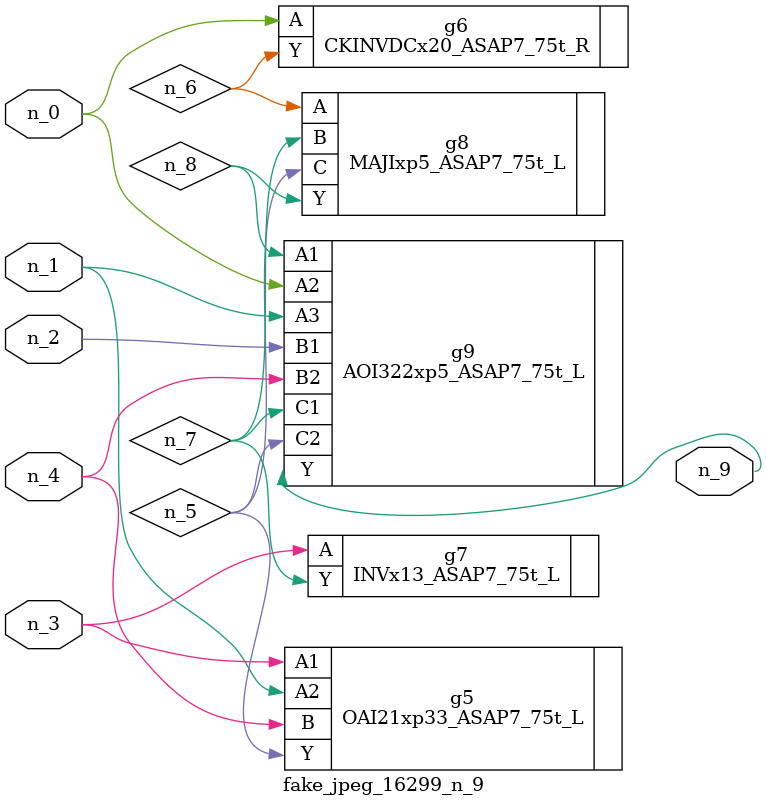
<source format=v>
module fake_jpeg_16299_n_9 (n_3, n_2, n_1, n_0, n_4, n_9);

input n_3;
input n_2;
input n_1;
input n_0;
input n_4;

output n_9;

wire n_8;
wire n_6;
wire n_5;
wire n_7;

OAI21xp33_ASAP7_75t_L g5 ( 
.A1(n_3),
.A2(n_1),
.B(n_4),
.Y(n_5)
);

CKINVDCx20_ASAP7_75t_R g6 ( 
.A(n_0),
.Y(n_6)
);

INVx13_ASAP7_75t_L g7 ( 
.A(n_3),
.Y(n_7)
);

MAJIxp5_ASAP7_75t_L g8 ( 
.A(n_6),
.B(n_7),
.C(n_5),
.Y(n_8)
);

AOI322xp5_ASAP7_75t_L g9 ( 
.A1(n_8),
.A2(n_0),
.A3(n_1),
.B1(n_2),
.B2(n_4),
.C1(n_7),
.C2(n_5),
.Y(n_9)
);


endmodule
</source>
